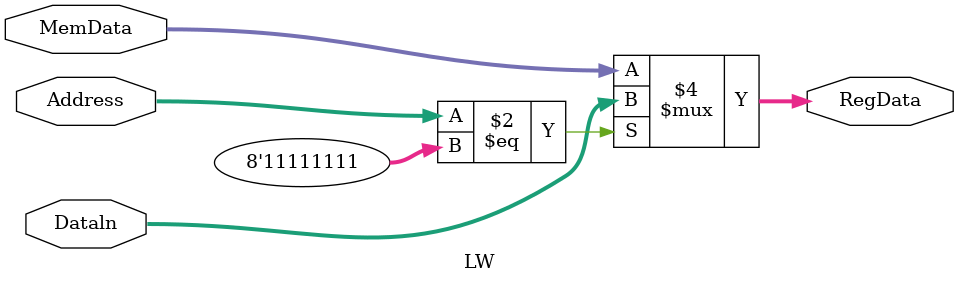
<source format=v>
module LW (input[7:0] Address, MemData, Dataln, output reg[7:0] RegData);
	always@(*)
		begin
			if(Address == 8'hFF )
				RegData[7:0] = Dataln[7:0];
			else
				RegData[7:0] = MemData[7:0];
		end
endmodule

</source>
